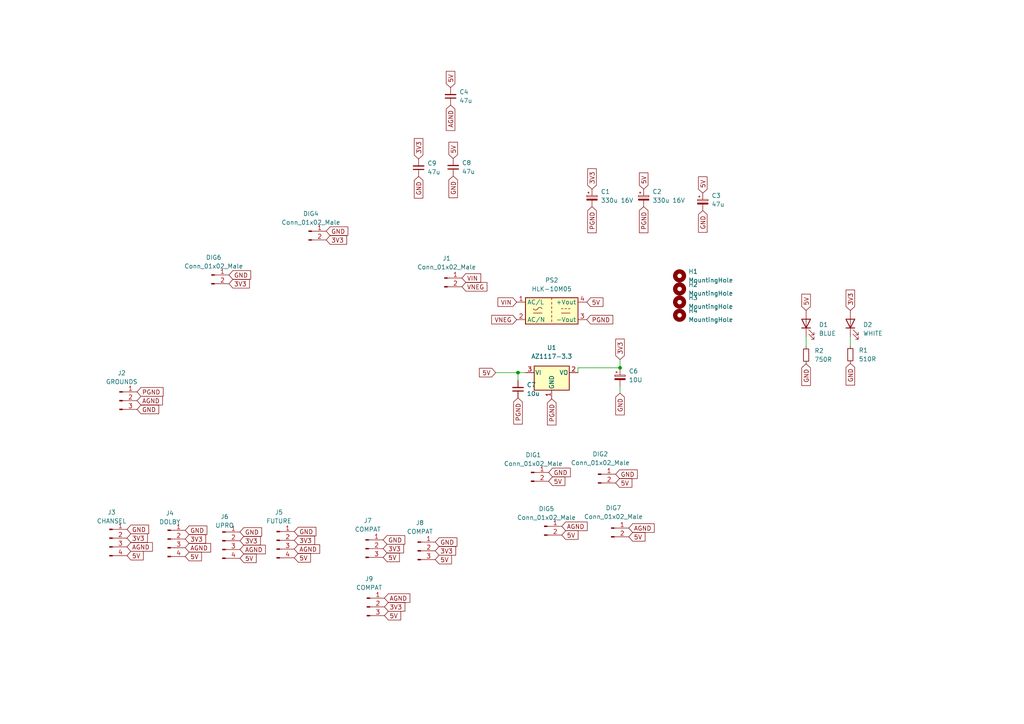
<source format=kicad_sch>
(kicad_sch (version 20230121) (generator eeschema)
  (paper "A4")
  (lib_symbols
    (symbol "Connector:Conn_01x02_Male" (pin_names (offset 1.016) hide)
      (property "Reference" "J" (at 0 2.54 0))
      (property "Value" "Conn_01x02_Male" (at 0 -5.08 0))
      (symbol "Conn_01x02_Male_1_1"
        (polyline (pts (xy 1.27 -2.54) (xy 0.8636 -2.54)) (stroke (width 0.1524)))
        (polyline (pts (xy 1.27 0) (xy 0.8636 0)) (stroke (width 0.1524)))
        (rectangle (start 0.8636 -2.413) (end 0 -2.667) (stroke (width 0.1524)) (fill (type outline)))
        (rectangle (start 0.8636 0.127) (end 0 -0.127) (stroke (width 0.1524)) (fill (type outline)))
        (pin passive line (at 5.08 0 180) (length 3.81) (name "Pin_1") (number "1"))
        (pin passive line (at 5.08 -2.54 180) (length 3.81) (name "Pin_2") (number "2"))
      )
    )
    (symbol "Connector:Conn_01x03_Male" (pin_names (offset 1.016) hide)
      (property "Reference" "J" (at 0 5.08 0))
      (property "Value" "Conn_01x03_Male" (at 0 -5.08 0))
      (symbol "Conn_01x03_Male_1_1"
        (polyline (pts (xy 1.27 -2.54) (xy 0.8636 -2.54)) (stroke (width 0.1524)))
        (polyline (pts (xy 1.27 0) (xy 0.8636 0)) (stroke (width 0.1524)))
        (polyline (pts (xy 1.27 2.54) (xy 0.8636 2.54)) (stroke (width 0.1524)))
        (rectangle (start 0.8636 -2.413) (end 0 -2.667) (stroke (width 0.1524)) (fill (type outline)))
        (rectangle (start 0.8636 0.127) (end 0 -0.127) (stroke (width 0.1524)) (fill (type outline)))
        (rectangle (start 0.8636 2.667) (end 0 2.413) (stroke (width 0.1524)) (fill (type outline)))
        (pin passive line (at 5.08 2.54 180) (length 3.81) (name "Pin_1") (number "1"))
        (pin passive line (at 5.08 0 180) (length 3.81) (name "Pin_2") (number "2"))
        (pin passive line (at 5.08 -2.54 180) (length 3.81) (name "Pin_3") (number "3"))
      )
    )
    (symbol "Connector:Conn_01x04_Pin" (pin_names (offset 1.016) hide)
      (property "Reference" "J" (at 0 5.08 0))
      (property "Value" "Conn_01x04_Pin" (at 0 -7.62 0))
      (symbol "Conn_01x04_Pin_1_1"
        (polyline (pts (xy 1.27 -5.08) (xy 0.8636 -5.08)) (stroke (width 0.1524)))
        (polyline (pts (xy 1.27 -2.54) (xy 0.8636 -2.54)) (stroke (width 0.1524)))
        (polyline (pts (xy 1.27 0) (xy 0.8636 0)) (stroke (width 0.1524)))
        (polyline (pts (xy 1.27 2.54) (xy 0.8636 2.54)) (stroke (width 0.1524)))
        (rectangle (start 0.8636 -4.953) (end 0 -5.207) (stroke (width 0.1524)) (fill (type outline)))
        (rectangle (start 0.8636 -2.413) (end 0 -2.667) (stroke (width 0.1524)) (fill (type outline)))
        (rectangle (start 0.8636 0.127) (end 0 -0.127) (stroke (width 0.1524)) (fill (type outline)))
        (rectangle (start 0.8636 2.667) (end 0 2.413) (stroke (width 0.1524)) (fill (type outline)))
        (pin passive line (at 5.08 2.54 180) (length 3.81) (name "Pin_1") (number "1"))
        (pin passive line (at 5.08 0 180) (length 3.81) (name "Pin_2") (number "2"))
        (pin passive line (at 5.08 -2.54 180) (length 3.81) (name "Pin_3") (number "3"))
        (pin passive line (at 5.08 -5.08 180) (length 3.81) (name "Pin_4") (number "4"))
      )
    )
    (symbol "Converter_ACDC:HLK-PM12"
      (property "Reference" "PS" (at 0 5.08 0))
      (property "Value" "HLK-PM12" (at 0 -5.08 0))
      (symbol "HLK-PM12_0_1"
        (rectangle (start -7.62 3.81) (end 7.62 -3.81) (stroke (width 0.254)) (fill (type background)))
        (arc (start -5.334 0.635) (mid -4.699 0.2495) (end -4.064 0.635))
        (arc (start -2.794 0.635) (mid -3.429 1.0072) (end -4.064 0.635))
        (polyline (pts (xy -5.334 -0.635) (xy -2.794 -0.635)))
        (polyline (pts (xy 0 -2.54) (xy 0 -3.175)))
        (polyline (pts (xy 0 -1.27) (xy 0 -1.905)))
        (polyline (pts (xy 0 0) (xy 0 -0.635)))
        (polyline (pts (xy 0 1.27) (xy 0 0.635)))
        (polyline (pts (xy 0 2.54) (xy 0 1.905)))
        (polyline (pts (xy 0 3.81) (xy 0 3.175)))
        (polyline (pts (xy 2.794 -0.635) (xy 5.334 -0.635)))
        (polyline (pts (xy 2.794 0.635) (xy 3.302 0.635)))
        (polyline (pts (xy 3.81 0.635) (xy 4.318 0.635)))
        (polyline (pts (xy 4.826 0.635) (xy 5.334 0.635)))
      )
      (symbol "HLK-PM12_1_1"
        (pin power_in line (at -10.16 2.54 0) (length 2.54) (name "AC/L") (number "1"))
        (pin power_in line (at -10.16 -2.54 0) (length 2.54) (name "AC/N") (number "2"))
        (pin power_out line (at 10.16 -2.54 180) (length 2.54) (name "-Vout") (number "3"))
        (pin power_out line (at 10.16 2.54 180) (length 2.54) (name "+Vout") (number "4"))
      )
    )
    (symbol "Device:C_Polarized_Small" (pin_numbers hide) (pin_names (offset 0.254) hide)
      (property "Reference" "C" (at 0.254 1.778 0))
      (property "Value" "C_Polarized_Small" (at 0.254 -2.032 0))
      (symbol "C_Polarized_Small_0_1"
        (rectangle (start -1.524 -0.3048) (end 1.524 -0.6858) (fill (type outline)))
        (rectangle (start -1.524 0.6858) (end 1.524 0.3048))
        (polyline (pts (xy -1.27 1.524) (xy -0.762 1.524)))
        (polyline (pts (xy -1.016 1.27) (xy -1.016 1.778)))
      )
      (symbol "C_Polarized_Small_1_1"
        (pin passive line (at 0 2.54 270) (length 1.8542) (name "~") (number "1"))
        (pin passive line (at 0 -2.54 90) (length 1.8542) (name "~") (number "2"))
      )
    )
    (symbol "Device:C_Small" (pin_numbers hide) (pin_names (offset 0.254) hide)
      (property "Reference" "C" (at 0.254 1.778 0))
      (property "Value" "C_Small" (at 0.254 -2.032 0))
      (symbol "C_Small_0_1"
        (polyline (pts (xy -1.524 -0.508) (xy 1.524 -0.508)) (stroke (width 0.3302)))
        (polyline (pts (xy -1.524 0.508) (xy 1.524 0.508)) (stroke (width 0.3048)))
      )
      (symbol "C_Small_1_1"
        (pin passive line (at 0 2.54 270) (length 2.032) (name "~") (number "1"))
        (pin passive line (at 0 -2.54 90) (length 2.032) (name "~") (number "2"))
      )
    )
    (symbol "Device:LED" (pin_numbers hide) (pin_names (offset 1.016) hide)
      (property "Reference" "D" (at 0 2.54 0))
      (property "Value" "LED" (at 0 -2.54 0))
      (symbol "LED_0_1"
        (polyline (pts (xy -1.27 -1.27) (xy -1.27 1.27)) (stroke (width 0.254)))
        (polyline (pts (xy -1.27 0) (xy 1.27 0)))
        (polyline (pts (xy 1.27 -1.27) (xy 1.27 1.27) (xy -1.27 0) (xy 1.27 -1.27)) (stroke (width 0.254)))
        (polyline (pts (xy -3.048 -0.762) (xy -4.572 -2.286) (xy -3.81 -2.286) (xy -4.572 -2.286) (xy -4.572 -1.524)))
        (polyline (pts (xy -1.778 -0.762) (xy -3.302 -2.286) (xy -2.54 -2.286) (xy -3.302 -2.286) (xy -3.302 -1.524)))
      )
      (symbol "LED_1_1"
        (pin passive line (at -3.81 0 0) (length 2.54) (name "K") (number "1"))
        (pin passive line (at 3.81 0 180) (length 2.54) (name "A") (number "2"))
      )
    )
    (symbol "Device:R_Small" (pin_numbers hide) (pin_names (offset 0.254) hide)
      (property "Reference" "R" (at 0.762 0.508 0))
      (property "Value" "R_Small" (at 0.762 -1.016 0))
      (symbol "R_Small_0_1"
        (rectangle (start -0.762 1.778) (end 0.762 -1.778) (stroke (width 0.2032)))
      )
      (symbol "R_Small_1_1"
        (pin passive line (at 0 2.54 270) (length 0.762) (name "~") (number "1"))
        (pin passive line (at 0 -2.54 90) (length 0.762) (name "~") (number "2"))
      )
    )
    (symbol "Mechanical:MountingHole" (pin_names (offset 1.016))
      (property "Reference" "H" (at 0 5.08 0))
      (property "Value" "MountingHole" (at 0 3.175 0))
      (symbol "MountingHole_0_1"
        (circle (center 0 0) (radius 1.27) (stroke (width 1.27)))
      )
    )
    (symbol "Regulator_Linear:AZ1117-3.3" (pin_names (offset 0.254))
      (property "Reference" "U" (at -3.81 3.175 0))
      (property "Value" "AZ1117-3.3" (at 0 3.175 0))
      (symbol "AZ1117-3.3_0_1"
        (rectangle (start -5.08 1.905) (end 5.08 -5.08) (stroke (width 0.254)) (fill (type background)))
      )
      (symbol "AZ1117-3.3_1_1"
        (pin power_in line (at 0 -7.62 90) (length 2.54) (name "GND") (number "1"))
        (pin power_out line (at 7.62 0 180) (length 2.54) (name "VO") (number "2"))
        (pin power_in line (at -7.62 0 0) (length 2.54) (name "VI") (number "3"))
      )
    )
  )
  (junction (at 179.832 106.68))
  (junction (at 150.241 108.077))
  (wire (pts (xy 179.832 106.68) (xy 167.64 106.68)))
  (wire (pts (xy 179.832 106.68) (xy 179.832 106.934)))
  (wire (pts (xy 150.241 110.363) (xy 150.241 108.077)))
  (wire (pts (xy 143.764 108.077) (xy 150.241 108.077)))
  (wire (pts (xy 150.241 108.077) (xy 152.4 108.077)))
  (wire (pts (xy 179.832 104.267) (xy 179.832 106.68)))
  (wire (pts (xy 246.634 97.663) (xy 246.634 100.33)))
  (wire (pts (xy 167.64 106.68) (xy 167.64 108.077)))
  (wire (pts (xy 233.807 97.663) (xy 233.807 100.457)))
  (wire (pts (xy 179.832 114.046) (xy 179.832 112.014)))
  (global_label "5V" (shape input) (at 111.506 178.562 0) (property "Intersheetrefs" "${INTERSHEET_REFS}" (effects hide)))
  (global_label "3V3" (shape input) (at 121.412 46.101 90) (property "Intersheetrefs" "${INTERSHEET_REFS}" (effects hide)))
  (global_label "PGND" (shape input) (at 171.704 59.944 270) (property "Intersheetrefs" "${INTERSHEET_REFS}" (effects hide)))
  (global_label "GND" (shape input) (at 121.412 51.181 270) (property "Intersheetrefs" "${INTERSHEET_REFS}" (effects hide)))
  (global_label "3V3" (shape input) (at 66.421 82.296 0) (property "Intersheetrefs" "${INTERSHEET_REFS}" (effects hide)))
  (global_label "3V3" (shape input) (at 171.704 54.864 90) (property "Intersheetrefs" "${INTERSHEET_REFS}" (effects hide)))
  (global_label "PGND" (shape input) (at 186.69 59.944 270) (property "Intersheetrefs" "${INTERSHEET_REFS}" (effects hide)))
  (global_label "GND" (shape input) (at 126.238 157.226 0) (property "Intersheetrefs" "${INTERSHEET_REFS}" (effects hide)))
  (global_label "3V3" (shape input) (at 53.721 156.337 0) (property "Intersheetrefs" "${INTERSHEET_REFS}" (effects hide)))
  (global_label "5V" (shape input) (at 170.18 87.63 0) (property "Intersheetrefs" "${INTERSHEET_REFS}" (effects hide)))
  (global_label "3V3" (shape input) (at 246.634 90.043 90) (property "Intersheetrefs" "${INTERSHEET_REFS}" (effects hide)))
  (global_label "5V" (shape input) (at 111.125 161.671 0) (property "Intersheetrefs" "${INTERSHEET_REFS}" (effects hide)))
  (global_label "GND" (shape input) (at 36.83 153.543 0) (property "Intersheetrefs" "${INTERSHEET_REFS}" (effects hide)))
  (global_label "PGND" (shape input) (at 39.751 113.665 0) (property "Intersheetrefs" "${INTERSHEET_REFS}" (effects hide)))
  (global_label "GND" (shape input) (at 159.131 137.033 0) (property "Intersheetrefs" "${INTERSHEET_REFS}" (effects hide)))
  (global_label "5V" (shape input) (at 131.445 45.974 90) (property "Intersheetrefs" "${INTERSHEET_REFS}" (effects hide)))
  (global_label "GND" (shape input) (at 111.125 156.591 0) (property "Intersheetrefs" "${INTERSHEET_REFS}" (effects hide)))
  (global_label "VIN" (shape input) (at 133.985 80.645 0) (property "Intersheetrefs" "${INTERSHEET_REFS}" (effects hide)))
  (global_label "AGND" (shape input) (at 111.506 173.482 0) (property "Intersheetrefs" "${INTERSHEET_REFS}" (effects hide)))
  (global_label "5V" (shape input) (at 186.69 54.864 90) (property "Intersheetrefs" "${INTERSHEET_REFS}" (effects hide)))
  (global_label "GND" (shape input) (at 179.832 114.046 270) (property "Intersheetrefs" "${INTERSHEET_REFS}" (effects hide)))
  (global_label "GND" (shape input) (at 233.807 105.537 270) (property "Intersheetrefs" "${INTERSHEET_REFS}" (effects hide)))
  (global_label "AGND" (shape input) (at 85.344 159.258 0) (property "Intersheetrefs" "${INTERSHEET_REFS}" (effects hide)))
  (global_label "5V" (shape input) (at 130.683 25.4 90) (property "Intersheetrefs" "${INTERSHEET_REFS}" (effects hide)))
  (global_label "3V3" (shape input) (at 111.506 176.022 0) (property "Intersheetrefs" "${INTERSHEET_REFS}" (effects hide)))
  (global_label "GND" (shape input) (at 203.835 61.087 270) (property "Intersheetrefs" "${INTERSHEET_REFS}" (effects hide)))
  (global_label "5V" (shape input) (at 159.131 139.573 0) (property "Intersheetrefs" "${INTERSHEET_REFS}" (effects hide)))
  (global_label "GND" (shape input) (at 246.634 105.41 270) (property "Intersheetrefs" "${INTERSHEET_REFS}" (effects hide)))
  (global_label "GND" (shape input) (at 66.421 79.756 0) (property "Intersheetrefs" "${INTERSHEET_REFS}" (effects hide)))
  (global_label "GND" (shape input) (at 39.751 118.745 0) (property "Intersheetrefs" "${INTERSHEET_REFS}" (effects hide)))
  (global_label "VIN" (shape input) (at 149.86 87.63 180) (property "Intersheetrefs" "${INTERSHEET_REFS}" (effects hide)))
  (global_label "5V" (shape input) (at 178.562 140.081 0) (property "Intersheetrefs" "${INTERSHEET_REFS}" (effects hide)))
  (global_label "GND" (shape input) (at 69.596 154.305 0) (property "Intersheetrefs" "${INTERSHEET_REFS}" (effects hide)))
  (global_label "AGND" (shape input) (at 53.721 158.877 0) (property "Intersheetrefs" "${INTERSHEET_REFS}" (effects hide)))
  (global_label "VNEG" (shape input) (at 149.86 92.71 180) (property "Intersheetrefs" "${INTERSHEET_REFS}" (effects hide)))
  (global_label "5V" (shape input) (at 69.596 161.925 0) (property "Intersheetrefs" "${INTERSHEET_REFS}" (effects hide)))
  (global_label "5V" (shape input) (at 126.238 162.306 0) (property "Intersheetrefs" "${INTERSHEET_REFS}" (effects hide)))
  (global_label "3V3" (shape input) (at 111.125 159.131 0) (property "Intersheetrefs" "${INTERSHEET_REFS}" (effects hide)))
  (global_label "PGND" (shape input) (at 150.241 115.443 270) (property "Intersheetrefs" "${INTERSHEET_REFS}" (effects hide)))
  (global_label "GND" (shape input) (at 53.721 153.797 0) (property "Intersheetrefs" "${INTERSHEET_REFS}" (effects hide)))
  (global_label "GND" (shape input) (at 85.344 154.178 0) (property "Intersheetrefs" "${INTERSHEET_REFS}" (effects hide)))
  (global_label "GND" (shape input) (at 178.562 137.541 0) (property "Intersheetrefs" "${INTERSHEET_REFS}" (effects hide)))
  (global_label "AGND" (shape input) (at 36.83 158.623 0) (property "Intersheetrefs" "${INTERSHEET_REFS}" (effects hide)))
  (global_label "5V" (shape input) (at 203.835 56.007 90) (property "Intersheetrefs" "${INTERSHEET_REFS}" (effects hide)))
  (global_label "3V3" (shape input) (at 36.83 156.083 0) (property "Intersheetrefs" "${INTERSHEET_REFS}" (effects hide)))
  (global_label "3V3" (shape input) (at 85.344 156.718 0) (property "Intersheetrefs" "${INTERSHEET_REFS}" (effects hide)))
  (global_label "3V3" (shape input) (at 94.615 69.596 0) (property "Intersheetrefs" "${INTERSHEET_REFS}" (effects hide)))
  (global_label "GND" (shape input) (at 131.445 51.054 270) (property "Intersheetrefs" "${INTERSHEET_REFS}" (effects hide)))
  (global_label "3V3" (shape input) (at 126.238 159.766 0) (property "Intersheetrefs" "${INTERSHEET_REFS}" (effects hide)))
  (global_label "5V" (shape input) (at 36.83 161.163 0) (property "Intersheetrefs" "${INTERSHEET_REFS}" (effects hide)))
  (global_label "3V3" (shape input) (at 179.832 104.267 90) (property "Intersheetrefs" "${INTERSHEET_REFS}" (effects hide)))
  (global_label "3V3" (shape input) (at 69.596 156.845 0) (property "Intersheetrefs" "${INTERSHEET_REFS}" (effects hide)))
  (global_label "AGND" (shape input) (at 69.596 159.385 0) (property "Intersheetrefs" "${INTERSHEET_REFS}" (effects hide)))
  (global_label "5V" (shape input) (at 85.344 161.798 0) (property "Intersheetrefs" "${INTERSHEET_REFS}" (effects hide)))
  (global_label "AGND" (shape input) (at 182.372 153.162 0) (property "Intersheetrefs" "${INTERSHEET_REFS}" (effects hide)))
  (global_label "PGND" (shape input) (at 170.18 92.71 0) (property "Intersheetrefs" "${INTERSHEET_REFS}" (effects hide)))
  (global_label "AGND" (shape input) (at 130.683 30.48 270) (property "Intersheetrefs" "${INTERSHEET_REFS}" (effects hide)))
  (global_label "PGND" (shape input) (at 160.02 115.697 270) (property "Intersheetrefs" "${INTERSHEET_REFS}" (effects hide)))
  (global_label "5V" (shape input) (at 233.807 90.043 90) (property "Intersheetrefs" "${INTERSHEET_REFS}" (effects hide)))
  (global_label "5V" (shape input) (at 143.764 108.077 180) (property "Intersheetrefs" "${INTERSHEET_REFS}" (effects hide)))
  (global_label "5V" (shape input) (at 53.721 161.417 0) (property "Intersheetrefs" "${INTERSHEET_REFS}" (effects hide)))
  (global_label "5V" (shape input) (at 162.941 155.194 0) (property "Intersheetrefs" "${INTERSHEET_REFS}" (effects hide)))
  (global_label "AGND" (shape input) (at 162.941 152.654 0) (property "Intersheetrefs" "${INTERSHEET_REFS}" (effects hide)))
  (global_label "VNEG" (shape input) (at 133.985 83.185 0) (property "Intersheetrefs" "${INTERSHEET_REFS}" (effects hide)))
  (global_label "GND" (shape input) (at 94.615 67.056 0) (property "Intersheetrefs" "${INTERSHEET_REFS}" (effects hide)))
  (global_label "5V" (shape input) (at 182.372 155.702 0) (property "Intersheetrefs" "${INTERSHEET_REFS}" (effects hide)))
  (global_label "AGND" (shape input) (at 39.751 116.205 0) (property "Intersheetrefs" "${INTERSHEET_REFS}" (effects hide)))
  (symbol (lib_id "Connector:Conn_01x04_Pin") (at 48.641 156.337 0) (unit 1)
    (property "Reference" "J4" (at 49.276 148.844 0))
    (property "Value" "DOLBY" (at 49.276 151.384 0))
    (property "Footprint" "Connector_JST:JST_XH_B4B-XH-A_1x04_P2.50mm_Vertical" (effects hide))
  )
  (symbol (lib_id "Device:C_Polarized_Small") (at 171.704 57.404 0) (unit 1)
    (property "Reference" "C1" (at 174.244 55.5878 0) (effects (justify left)))
    (property "Value" "330u 16V" (at 174.244 58.1278 0) (effects (justify left)))
    (property "Footprint" "Capacitor_THT:CP_Radial_D8.0mm_P2.50mm" (effects hide))
  )
  (symbol (lib_id "Connector:Conn_01x02_Male") (at 89.535 67.056 0) (unit 1)
    (property "Reference" "DIG4" (at 90.17 61.976 0))
    (property "Value" "Conn_01x02_Male" (at 90.17 64.516 0))
    (property "Footprint" "Connector_JST:JST_PH_B2B-PH-K_1x02_P2.00mm_Vertical" (effects hide))
  )
  (symbol (lib_id "Converter_ACDC:HLK-PM12") (at 160.02 90.17 0) (unit 1)
    (property "Reference" "PS2" (at 160.02 81.28 0))
    (property "Value" "HLK-10M05" (at 160.02 83.82 0))
    (property "Footprint" "Components:HLK-10M05" (effects hide))
    (property "Datasheet" "http://www.hlktech.net/product_detail.php?ProId=56" (effects hide))
  )
  (symbol (lib_id "Mechanical:MountingHole") (at 197.104 83.82 0) (unit 1)
    (property "Reference" "H2" (at 199.644 82.5499 0) (effects (justify left)))
    (property "Value" "MountingHole" (at 199.644 85.0899 0) (effects (justify left)))
    (property "Footprint" "MountingHole:MountingHole_3.2mm_M3" (effects hide))
  )
  (symbol (lib_id "Connector:Conn_01x03_Male") (at 106.426 176.022 0) (unit 1)
    (property "Reference" "J9" (at 107.061 167.894 0))
    (property "Value" "COMPAT" (at 107.061 170.434 0))
    (property "Footprint" "Connector_JST:JST_PH_B3B-PH-K_1x03_P2.00mm_Vertical" (effects hide))
  )
  (symbol (lib_id "Connector:Conn_01x02_Male") (at 154.051 137.033 0) (unit 1)
    (property "Reference" "DIG1" (at 154.686 131.953 0))
    (property "Value" "Conn_01x02_Male" (at 154.686 134.493 0))
    (property "Footprint" "Connector_JST:JST_PH_B2B-PH-K_1x02_P2.00mm_Vertical" (effects hide))
  )
  (symbol (lib_id "Connector:Conn_01x02_Male") (at 173.482 137.541 0) (unit 1)
    (property "Reference" "DIG2" (at 174.117 131.699 0))
    (property "Value" "Conn_01x02_Male" (at 174.117 134.239 0))
    (property "Footprint" "Connector_JST:JST_PH_B2B-PH-K_1x02_P2.00mm_Vertical" (effects hide))
  )
  (symbol (lib_id "Device:C_Polarized_Small") (at 186.69 57.404 0) (unit 1)
    (property "Reference" "C2" (at 189.23 55.5878 0) (effects (justify left)))
    (property "Value" "330u 16V" (at 189.23 58.1278 0) (effects (justify left)))
    (property "Footprint" "Capacitor_THT:CP_Radial_D8.0mm_P2.50mm" (effects hide))
  )
  (symbol (lib_id "Device:C_Small") (at 130.683 27.94 180) (unit 1)
    (property "Reference" "C4" (at 133.223 26.6635 0) (effects (justify right)))
    (property "Value" "47u" (at 133.223 29.2035 0) (effects (justify right)))
    (property "Footprint" "Capacitor_SMD:C_1206_3216Metric_Pad1.33x1.80mm_HandSolder" (effects hide))
  )
  (symbol (lib_id "Device:LED") (at 246.634 93.853 90) (unit 1)
    (property "Reference" "D2" (at 250.317 94.1704 90) (effects (justify right)))
    (property "Value" "WHITE" (at 250.317 96.7104 90) (effects (justify right)))
    (property "Footprint" "LED_SMD:LED_0805_2012Metric_Pad1.15x1.40mm_HandSolder" (effects hide))
  )
  (symbol (lib_id "Connector:Conn_01x04_Pin") (at 80.264 156.718 0) (unit 1)
    (property "Reference" "J5" (at 80.899 148.59 0))
    (property "Value" "FUTURE" (at 80.899 151.13 0))
    (property "Footprint" "Connector_JST:JST_XH_B4B-XH-A_1x04_P2.50mm_Vertical" (effects hide))
  )
  (symbol (lib_id "Connector:Conn_01x02_Male") (at 61.341 79.756 0) (unit 1)
    (property "Reference" "DIG6" (at 61.976 74.676 0))
    (property "Value" "Conn_01x02_Male" (at 61.976 77.216 0))
    (property "Footprint" "Connector_JST:JST_PH_B2B-PH-K_1x02_P2.00mm_Vertical" (effects hide))
  )
  (symbol (lib_id "Regulator_Linear:AZ1117-3.3") (at 160.02 108.077 0) (unit 1)
    (property "Reference" "U1" (at 160.02 100.838 0))
    (property "Value" "AZ1117-3.3" (at 160.02 103.378 0))
    (property "Footprint" "Package_TO_SOT_SMD:SOT-223" (effects hide))
    (property "Datasheet" "https://www.diodes.com/assets/Datasheets/AZ1117.pdf" (effects hide))
  )
  (symbol (lib_id "Device:R_Small") (at 246.634 102.87 0) (unit 1)
    (property "Reference" "R1" (at 249.047 101.5999 0) (effects (justify left)))
    (property "Value" "510R" (at 249.047 104.1399 0) (effects (justify left)))
    (property "Footprint" "Resistor_SMD:R_0805_2012Metric_Pad1.20x1.40mm_HandSolder" (effects hide))
  )
  (symbol (lib_id "Connector:Conn_01x02_Male") (at 157.861 152.654 0) (unit 1)
    (property "Reference" "DIG5" (at 158.496 147.574 0))
    (property "Value" "Conn_01x02_Male" (at 158.496 150.114 0))
    (property "Footprint" "Connector_JST:JST_PH_B2B-PH-K_1x02_P2.00mm_Vertical" (effects hide))
  )
  (symbol (lib_id "Mechanical:MountingHole") (at 197.104 91.44 0) (unit 1)
    (property "Reference" "H4" (at 199.644 90.1699 0) (effects (justify left)))
    (property "Value" "MountingHole" (at 199.644 92.7099 0) (effects (justify left)))
    (property "Footprint" "MountingHole:MountingHole_3.2mm_M3" (effects hide))
  )
  (symbol (lib_id "Device:C_Small") (at 150.241 112.903 180) (unit 1)
    (property "Reference" "C7" (at 152.781 111.6265 0) (effects (justify right)))
    (property "Value" "10u" (at 152.781 114.1665 0) (effects (justify right)))
    (property "Footprint" "Capacitor_SMD:C_1206_3216Metric_Pad1.33x1.80mm_HandSolder" (effects hide))
  )
  (symbol (lib_id "Device:C_Small") (at 131.445 48.514 180) (unit 1)
    (property "Reference" "C8" (at 133.985 47.2375 0) (effects (justify right)))
    (property "Value" "47u" (at 133.985 49.7775 0) (effects (justify right)))
    (property "Footprint" "Capacitor_SMD:C_1206_3216Metric_Pad1.33x1.80mm_HandSolder" (effects hide))
  )
  (symbol (lib_id "Mechanical:MountingHole") (at 197.104 87.63 0) (unit 1)
    (property "Reference" "H3" (at 199.644 86.3599 0) (effects (justify left)))
    (property "Value" "MountingHole" (at 199.644 88.8999 0) (effects (justify left)))
    (property "Footprint" "MountingHole:MountingHole_3.2mm_M3" (effects hide))
  )
  (symbol (lib_id "Connector:Conn_01x03_Male") (at 106.045 159.131 0) (unit 1)
    (property "Reference" "J7" (at 106.68 151.003 0))
    (property "Value" "COMPAT" (at 106.68 153.543 0))
    (property "Footprint" "Connector_JST:JST_PH_B3B-PH-K_1x03_P2.00mm_Vertical" (effects hide))
  )
  (symbol (lib_id "Connector:Conn_01x04_Pin") (at 64.516 156.845 0) (unit 1)
    (property "Reference" "J6" (at 65.151 149.86 0))
    (property "Value" "UPRO" (at 65.151 152.4 0))
    (property "Footprint" "Connector_JST:JST_XH_B4B-XH-A_1x04_P2.50mm_Vertical" (effects hide))
  )
  (symbol (lib_id "Connector:Conn_01x02_Male") (at 128.905 80.645 0) (unit 1)
    (property "Reference" "J1" (at 129.54 74.93 0))
    (property "Value" "Conn_01x02_Male" (at 129.54 77.47 0))
    (property "Footprint" "Connector_JST:JST_XH_B2B-XH-A_1x02_P2.50mm_Vertical" (effects hide))
  )
  (symbol (lib_id "Device:C_Polarized_Small") (at 203.835 58.547 0) (unit 1)
    (property "Reference" "C3" (at 206.375 56.7308 0) (effects (justify left)))
    (property "Value" "47u" (at 206.375 59.2708 0) (effects (justify left)))
    (property "Footprint" "Capacitor_SMD:C_1206_3216Metric_Pad1.33x1.80mm_HandSolder" (effects hide))
  )
  (symbol (lib_id "Device:C_Polarized_Small") (at 179.832 109.474 0) (unit 1)
    (property "Reference" "C6" (at 182.372 107.6578 0) (effects (justify left)))
    (property "Value" "10U" (at 182.372 110.1978 0) (effects (justify left)))
    (property "Footprint" "Capacitor_SMD:C_1206_3216Metric_Pad1.33x1.80mm_HandSolder" (effects hide))
  )
  (symbol (lib_id "Mechanical:MountingHole") (at 197.104 80.01 0) (unit 1)
    (property "Reference" "H1" (at 199.644 78.7399 0) (effects (justify left)))
    (property "Value" "MountingHole" (at 199.644 81.2799 0) (effects (justify left)))
    (property "Footprint" "MountingHole:MountingHole_3.2mm_M3" (effects hide))
  )
  (symbol (lib_id "Connector:Conn_01x03_Male") (at 34.671 116.205 0) (unit 1)
    (property "Reference" "J2" (at 35.306 108.204 0))
    (property "Value" "GROUNDS" (at 35.306 110.744 0))
    (property "Footprint" "Connector_JST:JST_XH_B3B-XH-A_1x03_P2.50mm_Vertical" (effects hide))
  )
  (symbol (lib_id "Connector:Conn_01x03_Male") (at 121.158 159.766 0) (unit 1)
    (property "Reference" "J8" (at 121.793 151.638 0))
    (property "Value" "COMPAT" (at 121.793 154.178 0))
    (property "Footprint" "Connector_JST:JST_PH_B3B-PH-K_1x03_P2.00mm_Vertical" (effects hide))
  )
  (symbol (lib_id "Connector:Conn_01x02_Male") (at 177.292 153.162 0) (unit 1)
    (property "Reference" "DIG7" (at 177.927 147.32 0))
    (property "Value" "Conn_01x02_Male" (at 177.927 149.86 0))
    (property "Footprint" "Connector_JST:JST_PH_B2B-PH-K_1x02_P2.00mm_Vertical" (effects hide))
  )
  (symbol (lib_id "Device:LED") (at 233.807 93.853 90) (unit 1)
    (property "Reference" "D1" (at 237.49 94.1704 90) (effects (justify right)))
    (property "Value" "BLUE" (at 237.49 96.7104 90) (effects (justify right)))
    (property "Footprint" "LED_SMD:LED_0805_2012Metric_Pad1.15x1.40mm_HandSolder" (effects hide))
  )
  (symbol (lib_id "Device:R_Small") (at 233.807 102.997 0) (unit 1)
    (property "Reference" "R2" (at 236.22 101.7269 0) (effects (justify left)))
    (property "Value" "750R" (at 236.22 104.2669 0) (effects (justify left)))
    (property "Footprint" "Resistor_SMD:R_0805_2012Metric_Pad1.20x1.40mm_HandSolder" (effects hide))
  )
  (symbol (lib_id "Device:C_Small") (at 121.412 48.641 180) (unit 1)
    (property "Reference" "C9" (at 123.952 47.3645 0) (effects (justify right)))
    (property "Value" "47u" (at 123.952 49.9045 0) (effects (justify right)))
    (property "Footprint" "Capacitor_SMD:C_1206_3216Metric_Pad1.33x1.80mm_HandSolder" (effects hide))
  )
  (symbol (lib_id "Connector:Conn_01x04_Pin") (at 31.75 156.083 0) (unit 1)
    (property "Reference" "J3" (at 32.385 148.59 0))
    (property "Value" "CHANSEL" (at 32.385 151.13 0))
    (property "Footprint" "Connector_JST:JST_XH_B4B-XH-A_1x04_P2.50mm_Vertical" (effects hide))
  )
)
</source>
